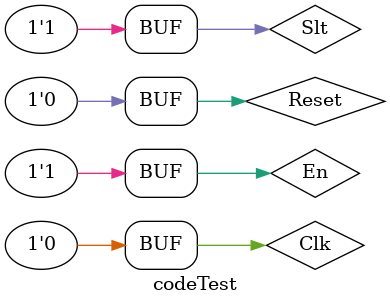
<source format=v>
`timescale 1ns / 1ps


module codeTest;

	// Inputs
	reg Clk;
	reg Reset;
	reg Slt;
	reg En;

	// Outputs
	wire [63:0] Output0;
	wire [63:0] Output1;

	// Instantiate the Unit Under Test (UUT)
	code uut (
		.Clk(Clk), 
		.Reset(Reset), 
		.Slt(Slt), 
		.En(En), 
		.Output0(Output0), 
		.Output1(Output1)
	);

	initial begin
		// Initialize Inputs
		Clk = 0;
		Reset = 0;
		Slt = 0;
		En = 0;

		// Wait 100 ns for global reset to finish
		#100;
      
		En = 1;
		Clk = 1;#5;Clk = 0;#5;
		Clk = 1;#5;Clk = 0;#5;
		Clk = 1;#5;Clk = 0;#5;
		Clk = 1;#5;Clk = 0;#5;
		Clk = 1;#5;Clk = 0;#5;
		Slt = 1;
		Clk = 1;#5;Clk = 0;#5;
		Clk = 1;#5;Clk = 0;#5;
		Clk = 1;#5;Clk = 0;#5;
		Clk = 1;#5;Clk = 0;#5;
		Clk = 1;#5;Clk = 0;#5;
		Clk = 1;#5;Clk = 0;#5;
		Reset = 1;#5;Reset = 0;#5;
		Clk = 1;#5;Clk = 0;#5;
		Clk = 1;#5;Clk = 0;#5;
		Clk = 1;#5;Clk = 0;#5;
		Clk = 1;#5;Clk = 0;#5;
		Clk = 1;#5;Clk = 0;#5;
		
		
		
		
		
		
		// Add stimulus here

	end
      
endmodule


</source>
